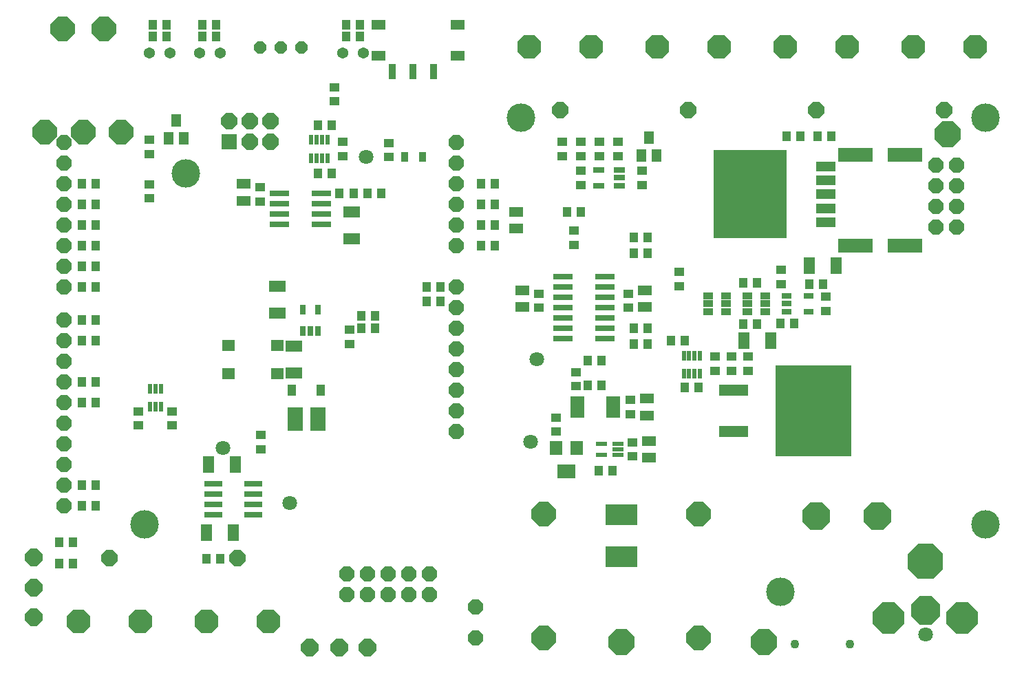
<source format=gts>
G75*
%MOIN*%
%OFA0B0*%
%FSLAX24Y24*%
%IPPOS*%
%LPD*%
%AMOC8*
5,1,8,0,0,1.08239X$1,22.5*
%
%ADD10C,0.1380*%
%ADD11R,0.0946X0.0316*%
%ADD12R,0.0592X0.0710*%
%ADD13R,0.0867X0.0710*%
%ADD14OC8,0.0740*%
%ADD15OC8,0.0780*%
%ADD16R,0.0780X0.0780*%
%ADD17R,0.0820X0.0560*%
%ADD18R,0.0500X0.0430*%
%ADD19R,0.0680X0.0460*%
%ADD20R,0.0430X0.0500*%
%ADD21R,0.1537X0.1045*%
%ADD22R,0.0540X0.0220*%
%ADD23R,0.0670X0.0250*%
%ADD24C,0.0434*%
%ADD25R,0.0356X0.0749*%
%ADD26R,0.0690X0.0513*%
%ADD27R,0.1430X0.0580*%
%ADD28R,0.3700X0.4400*%
%ADD29OC8,0.1145*%
%ADD30C,0.0710*%
%ADD31R,0.0580X0.0300*%
%ADD32R,0.0860X0.0290*%
%ADD33R,0.0560X0.0820*%
%ADD34R,0.0474X0.0631*%
%ADD35OC8,0.0611*%
%ADD36OC8,0.1175*%
%ADD37C,0.0540*%
%ADD38R,0.0220X0.0480*%
%ADD39R,0.0474X0.0297*%
%ADD40R,0.0297X0.0474*%
%ADD41R,0.0730X0.1180*%
%ADD42R,0.0440X0.0560*%
%ADD43R,0.0592X0.0552*%
%ADD44OC8,0.1700*%
%ADD45OC8,0.1405*%
%ADD46OC8,0.1504*%
%ADD47R,0.3580X0.4280*%
%ADD48R,0.0980X0.0500*%
%ADD49R,0.1655X0.0710*%
%ADD50R,0.0497X0.0336*%
%ADD51R,0.0380X0.0480*%
%ADD52OC8,0.1261*%
%ADD53OC8,0.0848*%
%ADD54OC8,0.1346*%
%ADD55OC8,0.0730*%
D10*
X013943Y012495D03*
X015943Y029495D03*
X032193Y032195D03*
X054693Y032195D03*
X054693Y012495D03*
X044743Y009245D03*
D11*
X036264Y021495D03*
X036264Y021995D03*
X036264Y022495D03*
X036264Y022995D03*
X036264Y023495D03*
X036264Y023995D03*
X036264Y024495D03*
X034217Y024495D03*
X034217Y023995D03*
X034217Y023495D03*
X034217Y022995D03*
X034217Y022495D03*
X034217Y021995D03*
X034217Y021495D03*
X022517Y027045D03*
X022517Y027545D03*
X022517Y028045D03*
X022517Y028545D03*
X020470Y028545D03*
X020470Y028045D03*
X020470Y027545D03*
X020470Y027045D03*
D12*
X033891Y016216D03*
X034891Y016216D03*
D13*
X034391Y015074D03*
D14*
X029041Y016995D03*
X029041Y017995D03*
X029041Y018995D03*
X029041Y019995D03*
X029041Y020995D03*
X029041Y021995D03*
X029041Y022995D03*
X029041Y023995D03*
X029041Y025995D03*
X029041Y026995D03*
X029041Y027995D03*
X029041Y028995D03*
X029041Y029995D03*
X029041Y030995D03*
X010041Y030995D03*
X010041Y029995D03*
X010041Y028995D03*
X010041Y027995D03*
X010041Y026995D03*
X010041Y025995D03*
X010041Y024995D03*
X010041Y023995D03*
X010041Y022395D03*
X010041Y021395D03*
X010041Y020395D03*
X010041Y019395D03*
X010041Y018395D03*
X010041Y017395D03*
X010041Y016395D03*
X010041Y015395D03*
X010041Y014395D03*
X010041Y013395D03*
X023743Y010095D03*
X023743Y009095D03*
X024743Y009095D03*
X024743Y010095D03*
X025743Y010095D03*
X025743Y009095D03*
X026743Y009095D03*
X026743Y010095D03*
X027743Y010095D03*
X027743Y009095D03*
X052282Y026918D03*
X052282Y027918D03*
X053282Y027918D03*
X053282Y026918D03*
X053282Y028918D03*
X052282Y028918D03*
X052282Y029918D03*
X053282Y029918D03*
D15*
X052693Y032565D03*
X046493Y032565D03*
X040293Y032565D03*
X034093Y032565D03*
X020041Y032045D03*
X020041Y031045D03*
X019041Y031045D03*
X019041Y032045D03*
X018041Y032045D03*
X018443Y010875D03*
X012243Y010875D03*
D16*
X018041Y031045D03*
D17*
X023996Y027645D03*
X023996Y026345D03*
X020393Y024045D03*
X020393Y022745D03*
X021193Y021145D03*
X021193Y019845D03*
D18*
X023893Y021255D03*
X023893Y021935D03*
X019593Y016835D03*
X019593Y016155D03*
X015293Y017305D03*
X015293Y017985D03*
X013643Y017985D03*
X013643Y017305D03*
X014193Y028305D03*
X014193Y028985D03*
X014193Y030455D03*
X014193Y031135D03*
X019541Y028835D03*
X019541Y028155D03*
X023543Y030355D03*
X023543Y031035D03*
X023143Y033005D03*
X023143Y033685D03*
X025793Y030985D03*
X025793Y030305D03*
X033043Y023685D03*
X033043Y023005D03*
X034743Y026055D03*
X034743Y026735D03*
X035093Y028955D03*
X035093Y029635D03*
X035093Y030355D03*
X035093Y031035D03*
X035993Y031035D03*
X035993Y030355D03*
X036893Y030355D03*
X036893Y031035D03*
X038046Y029635D03*
X038046Y028955D03*
X034193Y030355D03*
X034193Y031035D03*
X039843Y024735D03*
X039843Y024055D03*
X037393Y023685D03*
X037393Y023005D03*
X034843Y019885D03*
X034843Y019205D03*
X033891Y017685D03*
X033891Y017005D03*
X037491Y017855D03*
X037491Y018535D03*
X037591Y016485D03*
X037591Y015805D03*
X041593Y019955D03*
X041593Y020635D03*
X042393Y020635D03*
X042393Y019955D03*
X043193Y019955D03*
X043193Y020635D03*
X046943Y022855D03*
X046943Y023535D03*
X044793Y024155D03*
X044793Y024835D03*
D19*
X038193Y023855D03*
X038193Y023035D03*
X038291Y018605D03*
X038291Y017785D03*
X038391Y016555D03*
X038391Y015735D03*
X032243Y023032D03*
X032243Y023852D03*
X031943Y026835D03*
X031943Y027655D03*
X018741Y028185D03*
X018741Y029005D03*
D20*
X022353Y029495D03*
X023033Y029495D03*
X023401Y028545D03*
X024081Y028545D03*
X024751Y028545D03*
X025431Y028545D03*
X023033Y031845D03*
X022353Y031845D03*
X023703Y036145D03*
X023703Y036695D03*
X024383Y036695D03*
X024383Y036145D03*
X017433Y036145D03*
X017433Y036695D03*
X016753Y036695D03*
X016753Y036145D03*
X015033Y036145D03*
X015033Y036695D03*
X014353Y036695D03*
X014353Y036145D03*
X011583Y028995D03*
X010903Y028995D03*
X010903Y027995D03*
X011583Y027995D03*
X011583Y026995D03*
X010903Y026995D03*
X010903Y025995D03*
X011583Y025995D03*
X011583Y024995D03*
X010903Y024995D03*
X010903Y023995D03*
X011583Y023995D03*
X011583Y022395D03*
X010903Y022395D03*
X010903Y021395D03*
X011583Y021395D03*
X011583Y019395D03*
X010903Y019395D03*
X010903Y018395D03*
X011583Y018395D03*
X011583Y014395D03*
X010903Y014395D03*
X010903Y013395D03*
X011583Y013395D03*
X010483Y011645D03*
X009803Y011645D03*
X009803Y010595D03*
X010483Y010595D03*
X016953Y010845D03*
X017633Y010845D03*
X024453Y021995D03*
X024453Y022595D03*
X025133Y022595D03*
X025133Y021995D03*
X027603Y023295D03*
X028283Y023295D03*
X028283Y023995D03*
X027603Y023995D03*
X030253Y025995D03*
X030933Y025995D03*
X030933Y026995D03*
X030253Y026995D03*
X030253Y027995D03*
X030933Y027995D03*
X030933Y028995D03*
X030253Y028995D03*
X034403Y027645D03*
X035083Y027645D03*
X037653Y026395D03*
X038333Y026395D03*
X038333Y025645D03*
X037653Y025645D03*
X037651Y021995D03*
X038331Y021995D03*
X038331Y021245D03*
X037651Y021245D03*
X036083Y020445D03*
X035403Y020445D03*
X035403Y019245D03*
X036083Y019245D03*
X039453Y021395D03*
X040133Y021395D03*
X040103Y019145D03*
X040783Y019145D03*
X042953Y022195D03*
X043633Y022195D03*
X044753Y022245D03*
X045433Y022245D03*
X046153Y024145D03*
X046833Y024145D03*
X043633Y024195D03*
X042953Y024195D03*
X045053Y031295D03*
X045733Y031295D03*
X046553Y031295D03*
X047233Y031295D03*
X036631Y015095D03*
X035951Y015095D03*
D21*
X037043Y012962D03*
X037043Y010934D03*
D22*
X036901Y015885D03*
X036901Y016145D03*
X036901Y016405D03*
X036081Y016405D03*
X036081Y015885D03*
D23*
X036651Y017815D03*
X036651Y018065D03*
X036651Y018325D03*
X036651Y018575D03*
X034931Y018575D03*
X034931Y018325D03*
X034931Y018065D03*
X034931Y017815D03*
D24*
X045455Y006695D03*
X048132Y006695D03*
D25*
X027944Y034429D03*
X026944Y034429D03*
X025944Y034429D03*
D26*
X025277Y035195D03*
X025277Y036695D03*
X029115Y036695D03*
X029115Y035195D03*
D27*
X042488Y018995D03*
X042488Y016995D03*
D28*
X046343Y017995D03*
D29*
X044993Y035635D03*
X047993Y035635D03*
X051193Y035635D03*
X054193Y035635D03*
X041793Y035635D03*
X038793Y035635D03*
X035593Y035635D03*
X032593Y035635D03*
X019943Y007805D03*
X016943Y007805D03*
X013743Y007805D03*
X010743Y007805D03*
D30*
X017743Y016195D03*
X020993Y013545D03*
X032641Y016495D03*
X032941Y020495D03*
X024693Y030295D03*
X051770Y007176D03*
D31*
X036956Y028925D03*
X036956Y029295D03*
X036956Y029665D03*
X035936Y029665D03*
X035936Y028925D03*
D32*
X019213Y014492D03*
X019213Y013992D03*
X019213Y013492D03*
X019213Y012992D03*
X017273Y012992D03*
X017273Y013492D03*
X017273Y013992D03*
X017273Y014492D03*
D33*
X017043Y015395D03*
X018343Y015395D03*
X018246Y012095D03*
X016946Y012095D03*
X042993Y021395D03*
X044293Y021395D03*
X046143Y025045D03*
X047443Y025045D03*
D34*
X038767Y030365D03*
X038019Y030365D03*
X038393Y031231D03*
X015867Y031212D03*
X015119Y031212D03*
X015493Y032078D03*
D35*
X019543Y035595D03*
X020543Y035595D03*
X021543Y035595D03*
D36*
X012823Y031495D03*
X010973Y031495D03*
X009123Y031495D03*
X009973Y036495D03*
X011973Y036495D03*
X033293Y012995D03*
X033293Y006995D03*
X040793Y006995D03*
X040793Y012995D03*
D37*
X024543Y035345D03*
X023543Y035345D03*
X017618Y035345D03*
X016618Y035345D03*
X015193Y035345D03*
X014193Y035345D03*
D38*
X022027Y031135D03*
X022283Y031135D03*
X022543Y031135D03*
X022803Y031135D03*
X022803Y030255D03*
X022543Y030255D03*
X022283Y030255D03*
X022027Y030255D03*
X014753Y019085D03*
X014493Y019085D03*
X014233Y019085D03*
X014233Y018205D03*
X014493Y018205D03*
X014753Y018205D03*
X040077Y019805D03*
X040333Y019805D03*
X040593Y019805D03*
X040853Y019805D03*
X040853Y020685D03*
X040593Y020685D03*
X040333Y020685D03*
X040077Y020685D03*
D39*
X045062Y022821D03*
X045062Y023195D03*
X045062Y023569D03*
X046125Y023569D03*
X046125Y022821D03*
D40*
X022367Y022926D03*
X021619Y022926D03*
X021619Y021864D03*
X021993Y021864D03*
X022367Y021864D03*
D41*
X022343Y017595D03*
X021243Y017595D03*
D42*
X021085Y018995D03*
X022502Y018995D03*
D43*
X020374Y019806D03*
X020374Y021184D03*
X018012Y021184D03*
X018012Y019806D03*
D44*
X051770Y010719D03*
D45*
X051770Y008357D03*
D46*
X053541Y007965D03*
X049998Y007965D03*
D47*
X043293Y028495D03*
D48*
X046943Y028495D03*
X046943Y029165D03*
X046943Y029835D03*
X046943Y027825D03*
X046943Y027155D03*
D49*
X048393Y025995D03*
X050794Y025995D03*
X050794Y030395D03*
X048393Y030395D03*
D50*
X044026Y023569D03*
X044026Y023195D03*
X044026Y022821D03*
X043160Y022821D03*
X043160Y023195D03*
X043160Y023569D03*
X042126Y023569D03*
X042126Y023195D03*
X042126Y022821D03*
X041260Y022821D03*
X041260Y023195D03*
X041260Y023569D03*
D51*
X027433Y030295D03*
X026553Y030295D03*
D52*
X052843Y031395D03*
X043943Y006795D03*
X037043Y006795D03*
D53*
X008593Y007995D03*
X008593Y009445D03*
X008593Y010895D03*
X021943Y006545D03*
X023393Y006545D03*
X024743Y006545D03*
D54*
X046493Y012895D03*
X049443Y012895D03*
D55*
X029993Y008495D03*
X029993Y006995D03*
M02*

</source>
